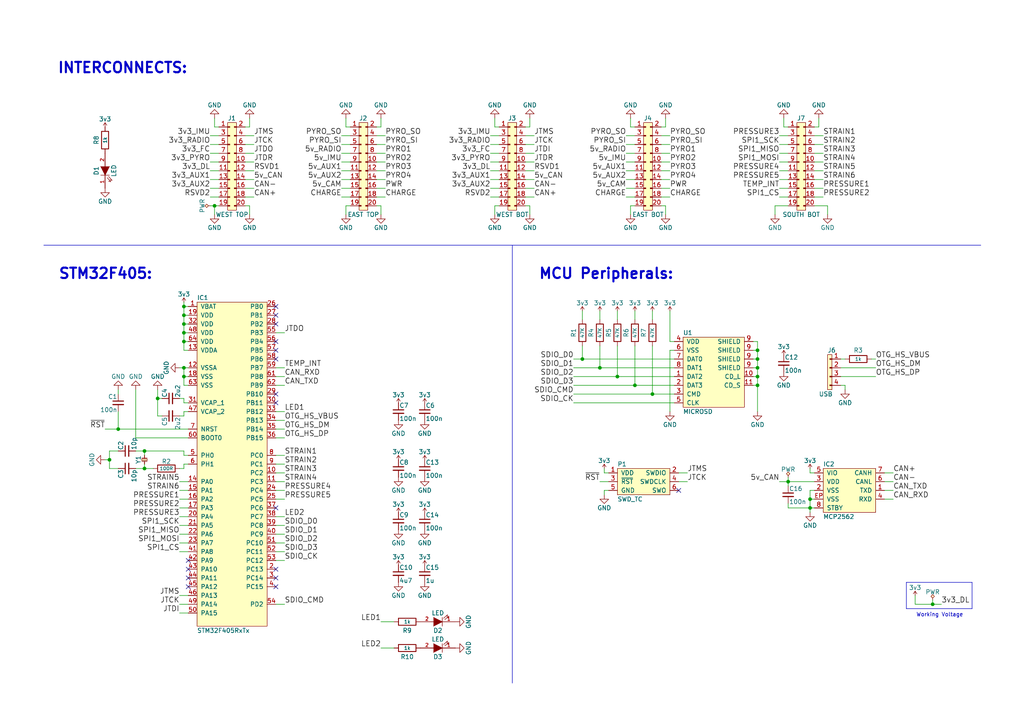
<source format=kicad_sch>
(kicad_sch (version 20230121) (generator eeschema)
  (paper "A4")
  (title_block (title "m3dl - Main") (date "2016-06-10") (rev "1") (company "Cambridge University Space Flight") (comment 1 "Matt Coates"))
  (junction (at 53.34 96.52))
  (junction (at 219.71 109.22))
  (junction (at 270.51 175.26))
  (junction (at 53.34 88.9))
  (junction (at 53.34 91.44))
  (junction (at 53.34 99.06))
  (junction (at 168.91 104.14))
  (junction (at 189.23 114.3))
  (junction (at 31.75 133.35))
  (junction (at 173.99 106.68))
  (junction (at 53.34 106.68))
  (junction (at 228.6 139.7))
  (junction (at 219.71 101.6))
  (junction (at 41.91 135.89))
  (junction (at 234.95 147.32))
  (junction (at 219.71 104.14))
  (junction (at 219.71 106.68))
  (junction (at 41.91 130.81))
  (junction (at 179.07 109.22))
  (junction (at 62.23 59.69))
  (junction (at 53.34 93.98))
  (junction (at 53.34 109.22))
  (junction (at 45.72 115.57))
  (junction (at 184.15 111.76))
  (junction (at 219.71 111.76))
  (junction (at 234.95 144.78))
  (junction (at 34.29 124.46))
  (no_connect (at 80.01 167.64))
  (no_connect (at 80.01 99.06))
  (no_connect (at 80.01 101.6))
  (no_connect (at 54.61 165.1))
  (no_connect (at 80.01 170.18))
  (no_connect (at 80.01 165.1))
  (no_connect (at 54.61 162.56))
  (no_connect (at 80.01 93.98))
  (no_connect (at 196.85 142.24))
  (no_connect (at 80.01 91.44))
  (no_connect (at 54.61 170.18))
  (no_connect (at 80.01 114.3))
  (no_connect (at 80.01 88.9))
  (no_connect (at 80.01 147.32))
  (no_connect (at 80.01 116.84))
  (no_connect (at 80.01 104.14))
  (no_connect (at 54.61 167.64))
  (wire (pts (xy 39.37 113.03) (xy 39.37 127)))
  (wire (pts (xy 100.33 34.29) (xy 100.33 36.83)))
  (wire (pts (xy 53.34 132.08) (xy 54.61 132.08)))
  (wire (pts (xy 152.4 46.99) (xy 154.94 46.99)))
  (wire (pts (xy 45.72 113.03) (xy 45.72 115.57)))
  (wire (pts (xy 41.91 135.89) (xy 44.45 135.89)))
  (wire (pts (xy 71.12 46.99) (xy 73.66 46.99)))
  (wire (pts (xy 80.01 121.92) (xy 82.55 121.92)))
  (wire (pts (xy 175.26 135.89) (xy 175.26 137.16)))
  (wire (pts (xy 54.61 177.8) (xy 52.07 177.8)))
  (wire (pts (xy 101.6 49.53) (xy 99.06 49.53)))
  (wire (pts (xy 80.01 124.46) (xy 82.55 124.46)))
  (wire (pts (xy 153.67 36.83) (xy 152.4 36.83)))
  (wire (pts (xy 80.01 144.78) (xy 82.55 144.78)))
  (wire (pts (xy 63.5 52.07) (xy 60.96 52.07)))
  (wire (pts (xy 219.71 111.76) (xy 219.71 119.38)))
  (wire (pts (xy 54.61 175.26) (xy 52.07 175.26)))
  (wire (pts (xy 184.15 100.33) (xy 184.15 111.76)))
  (wire (pts (xy 63.5 39.37) (xy 60.96 39.37)))
  (wire (pts (xy 228.6 138.43) (xy 228.6 139.7)))
  (wire (pts (xy 184.15 59.69) (xy 182.88 59.69)))
  (wire (pts (xy 80.01 134.62) (xy 82.55 134.62)))
  (wire (pts (xy 100.33 36.83) (xy 101.6 36.83)))
  (wire (pts (xy 238.76 41.91) (xy 236.22 41.91)))
  (wire (pts (xy 54.61 172.72) (xy 52.07 172.72)))
  (wire (pts (xy 101.6 54.61) (xy 99.06 54.61)))
  (wire (pts (xy 80.01 139.7) (xy 82.55 139.7)))
  (wire (pts (xy 228.6 39.37) (xy 226.06 39.37)))
  (wire (pts (xy 53.34 88.9) (xy 53.34 87.63)))
  (wire (pts (xy 189.23 100.33) (xy 189.23 114.3)))
  (wire (pts (xy 31.75 130.81) (xy 31.75 133.35)))
  (wire (pts (xy 31.75 133.35) (xy 30.48 133.35)))
  (wire (pts (xy 60.96 54.61) (xy 63.5 54.61)))
  (wire (pts (xy 144.78 49.53) (xy 142.24 49.53)))
  (wire (pts (xy 152.4 52.07) (xy 154.94 52.07)))
  (wire (pts (xy 152.4 39.37) (xy 154.94 39.37)))
  (wire (pts (xy 144.78 52.07) (xy 142.24 52.07)))
  (wire (pts (xy 99.06 46.99) (xy 101.6 46.99)))
  (wire (pts (xy 193.04 36.83) (xy 191.77 36.83)))
  (wire (pts (xy 71.12 39.37) (xy 73.66 39.37)))
  (wire (pts (xy 238.76 54.61) (xy 236.22 54.61)))
  (wire (pts (xy 80.01 119.38) (xy 82.55 119.38)))
  (wire (pts (xy 184.15 90.17) (xy 184.15 92.71)))
  (wire (pts (xy 224.79 59.69) (xy 228.6 59.69)))
  (wire (pts (xy 109.22 57.15) (xy 111.76 57.15)))
  (polyline (pts (xy 12.7 71.12) (xy 284.48 71.12)))
  (wire (pts (xy 152.4 54.61) (xy 154.94 54.61)))
  (wire (pts (xy 80.01 157.48) (xy 82.55 157.48)))
  (wire (pts (xy 234.95 147.32) (xy 236.22 147.32)))
  (wire (pts (xy 184.15 54.61) (xy 181.61 54.61)))
  (wire (pts (xy 144.78 44.45) (xy 142.24 44.45)))
  (wire (pts (xy 181.61 52.07) (xy 184.15 52.07)))
  (wire (pts (xy 228.6 139.7) (xy 236.22 139.7)))
  (wire (pts (xy 109.22 49.53) (xy 111.76 49.53)))
  (polyline (pts (xy 281.94 168.91) (xy 281.94 176.53)))
  (wire (pts (xy 218.44 106.68) (xy 219.71 106.68)))
  (wire (pts (xy 144.78 41.91) (xy 142.24 41.91)))
  (wire (pts (xy 194.31 46.99) (xy 191.77 46.99)))
  (wire (pts (xy 194.31 101.6) (xy 195.58 101.6)))
  (wire (pts (xy 219.71 106.68) (xy 219.71 109.22)))
  (wire (pts (xy 54.61 116.84) (xy 53.34 116.84)))
  (polyline (pts (xy 148.59 71.12) (xy 148.59 198.12)))
  (wire (pts (xy 236.22 59.69) (xy 240.03 59.69)))
  (wire (pts (xy 143.51 34.29) (xy 143.51 36.83)))
  (wire (pts (xy 53.34 130.81) (xy 53.34 132.08)))
  (wire (pts (xy 54.61 142.24) (xy 52.07 142.24)))
  (wire (pts (xy 166.37 116.84) (xy 195.58 116.84)))
  (wire (pts (xy 265.43 175.26) (xy 270.51 175.26)))
  (wire (pts (xy 80.01 149.86) (xy 82.55 149.86)))
  (wire (pts (xy 234.95 142.24) (xy 234.95 144.78)))
  (wire (pts (xy 60.96 59.69) (xy 62.23 59.69)))
  (wire (pts (xy 173.99 106.68) (xy 195.58 106.68)))
  (wire (pts (xy 166.37 111.76) (xy 184.15 111.76)))
  (wire (pts (xy 189.23 90.17) (xy 189.23 92.71)))
  (wire (pts (xy 52.07 106.68) (xy 53.34 106.68)))
  (wire (pts (xy 256.54 144.78) (xy 259.08 144.78)))
  (wire (pts (xy 168.91 90.17) (xy 168.91 92.71)))
  (wire (pts (xy 153.67 59.69) (xy 153.67 62.23)))
  (wire (pts (xy 228.6 139.7) (xy 228.6 140.97)))
  (wire (pts (xy 256.54 139.7) (xy 259.08 139.7)))
  (wire (pts (xy 34.29 114.3) (xy 34.29 113.03)))
  (wire (pts (xy 194.31 90.17) (xy 194.31 99.06)))
  (wire (pts (xy 72.39 36.83) (xy 71.12 36.83)))
  (wire (pts (xy 236.22 144.78) (xy 234.95 144.78)))
  (wire (pts (xy 144.78 59.69) (xy 143.51 59.69)))
  (wire (pts (xy 245.11 111.76) (xy 245.11 113.03)))
  (wire (pts (xy 182.88 36.83) (xy 184.15 36.83)))
  (wire (pts (xy 196.85 139.7) (xy 199.39 139.7)))
  (wire (pts (xy 71.12 44.45) (xy 73.66 44.45)))
  (wire (pts (xy 54.61 109.22) (xy 53.34 109.22)))
  (wire (pts (xy 53.34 135.89) (xy 53.34 134.62)))
  (wire (pts (xy 71.12 49.53) (xy 73.66 49.53)))
  (wire (pts (xy 52.07 152.4) (xy 54.61 152.4)))
  (wire (pts (xy 41.91 130.81) (xy 41.91 132.08)))
  (wire (pts (xy 179.07 109.22) (xy 195.58 109.22)))
  (wire (pts (xy 168.91 104.14) (xy 195.58 104.14)))
  (wire (pts (xy 179.07 90.17) (xy 179.07 92.71)))
  (wire (pts (xy 53.34 106.68) (xy 53.34 109.22)))
  (wire (pts (xy 226.06 52.07) (xy 228.6 52.07)))
  (wire (pts (xy 53.34 116.84) (xy 53.34 115.57)))
  (wire (pts (xy 219.71 99.06) (xy 219.71 101.6)))
  (wire (pts (xy 236.22 44.45) (xy 238.76 44.45)))
  (wire (pts (xy 72.39 59.69) (xy 72.39 62.23)))
  (wire (pts (xy 243.84 109.22) (xy 254 109.22)))
  (wire (pts (xy 53.34 101.6) (xy 53.34 99.06)))
  (wire (pts (xy 270.51 173.99) (xy 270.51 175.26)))
  (wire (pts (xy 34.29 124.46) (xy 34.29 119.38)))
  (wire (pts (xy 243.84 104.14) (xy 245.11 104.14)))
  (wire (pts (xy 111.76 41.91) (xy 109.22 41.91)))
  (wire (pts (xy 52.07 135.89) (xy 53.34 135.89)))
  (wire (pts (xy 252.73 104.14) (xy 254 104.14)))
  (wire (pts (xy 31.75 130.81) (xy 34.29 130.81)))
  (wire (pts (xy 62.23 59.69) (xy 63.5 59.69)))
  (wire (pts (xy 53.34 119.38) (xy 53.34 120.65)))
  (wire (pts (xy 265.43 172.72) (xy 265.43 175.26)))
  (wire (pts (xy 80.01 142.24) (xy 82.55 142.24)))
  (wire (pts (xy 111.76 54.61) (xy 109.22 54.61)))
  (wire (pts (xy 110.49 180.34) (xy 114.3 180.34)))
  (wire (pts (xy 191.77 49.53) (xy 194.31 49.53)))
  (wire (pts (xy 182.88 34.29) (xy 182.88 36.83)))
  (polyline (pts (xy 281.94 176.53) (xy 262.89 176.53)))
  (wire (pts (xy 53.34 115.57) (xy 52.07 115.57)))
  (wire (pts (xy 80.01 127) (xy 82.55 127)))
  (wire (pts (xy 227.33 34.29) (xy 227.33 36.83)))
  (wire (pts (xy 39.37 135.89) (xy 41.91 135.89)))
  (wire (pts (xy 53.34 88.9) (xy 54.61 88.9)))
  (wire (pts (xy 228.6 44.45) (xy 226.06 44.45)))
  (wire (pts (xy 184.15 111.76) (xy 195.58 111.76)))
  (wire (pts (xy 110.49 36.83) (xy 109.22 36.83)))
  (wire (pts (xy 152.4 57.15) (xy 154.94 57.15)))
  (wire (pts (xy 80.01 175.26) (xy 82.55 175.26)))
  (wire (pts (xy 193.04 34.29) (xy 193.04 36.83)))
  (wire (pts (xy 226.06 41.91) (xy 228.6 41.91)))
  (wire (pts (xy 181.61 41.91) (xy 184.15 41.91)))
  (wire (pts (xy 52.07 139.7) (xy 54.61 139.7)))
  (wire (pts (xy 191.77 59.69) (xy 193.04 59.69)))
  (wire (pts (xy 63.5 57.15) (xy 60.96 57.15)))
  (wire (pts (xy 219.71 109.22) (xy 219.71 111.76)))
  (wire (pts (xy 228.6 147.32) (xy 228.6 146.05)))
  (wire (pts (xy 228.6 46.99) (xy 226.06 46.99)))
  (wire (pts (xy 166.37 106.68) (xy 173.99 106.68)))
  (wire (pts (xy 63.5 41.91) (xy 60.96 41.91)))
  (wire (pts (xy 226.06 57.15) (xy 228.6 57.15)))
  (wire (pts (xy 236.22 49.53) (xy 238.76 49.53)))
  (wire (pts (xy 144.78 46.99) (xy 142.24 46.99)))
  (wire (pts (xy 39.37 130.81) (xy 41.91 130.81)))
  (wire (pts (xy 237.49 34.29) (xy 237.49 36.83)))
  (wire (pts (xy 219.71 101.6) (xy 219.71 104.14)))
  (wire (pts (xy 80.01 154.94) (xy 82.55 154.94)))
  (wire (pts (xy 101.6 39.37) (xy 99.06 39.37)))
  (wire (pts (xy 227.33 36.83) (xy 228.6 36.83)))
  (wire (pts (xy 53.34 109.22) (xy 53.34 111.76)))
  (wire (pts (xy 270.51 175.26) (xy 273.05 175.26)))
  (wire (pts (xy 80.01 132.08) (xy 82.55 132.08)))
  (wire (pts (xy 80.01 109.22) (xy 82.55 109.22)))
  (wire (pts (xy 62.23 59.69) (xy 62.23 62.23)))
  (wire (pts (xy 53.34 91.44) (xy 53.34 88.9)))
  (polyline (pts (xy 262.89 168.91) (xy 281.94 168.91)))
  (wire (pts (xy 72.39 34.29) (xy 72.39 36.83)))
  (wire (pts (xy 191.77 39.37) (xy 194.31 39.37)))
  (wire (pts (xy 45.72 115.57) (xy 46.99 115.57)))
  (wire (pts (xy 54.61 99.06) (xy 53.34 99.06)))
  (wire (pts (xy 80.01 106.68) (xy 82.55 106.68)))
  (wire (pts (xy 109.22 52.07) (xy 111.76 52.07)))
  (wire (pts (xy 111.76 46.99) (xy 109.22 46.99)))
  (wire (pts (xy 144.78 39.37) (xy 142.24 39.37)))
  (wire (pts (xy 219.71 104.14) (xy 219.71 106.68)))
  (wire (pts (xy 181.61 46.99) (xy 184.15 46.99)))
  (wire (pts (xy 99.06 41.91) (xy 101.6 41.91)))
  (wire (pts (xy 143.51 59.69) (xy 143.51 62.23)))
  (wire (pts (xy 153.67 34.29) (xy 153.67 36.83)))
  (wire (pts (xy 181.61 57.15) (xy 184.15 57.15)))
  (wire (pts (xy 30.48 124.46) (xy 34.29 124.46)))
  (wire (pts (xy 54.61 119.38) (xy 53.34 119.38)))
  (wire (pts (xy 80.01 160.02) (xy 82.55 160.02)))
  (wire (pts (xy 194.31 41.91) (xy 191.77 41.91)))
  (wire (pts (xy 184.15 44.45) (xy 181.61 44.45)))
  (wire (pts (xy 175.26 142.24) (xy 175.26 143.51)))
  (wire (pts (xy 176.53 139.7) (xy 173.99 139.7)))
  (wire (pts (xy 196.85 137.16) (xy 199.39 137.16)))
  (wire (pts (xy 54.61 101.6) (xy 53.34 101.6)))
  (wire (pts (xy 228.6 54.61) (xy 226.06 54.61)))
  (wire (pts (xy 101.6 59.69) (xy 100.33 59.69)))
  (wire (pts (xy 110.49 187.96) (xy 114.3 187.96)))
  (wire (pts (xy 53.34 99.06) (xy 53.34 96.52)))
  (wire (pts (xy 53.34 111.76) (xy 54.61 111.76)))
  (wire (pts (xy 80.01 137.16) (xy 82.55 137.16)))
  (wire (pts (xy 71.12 54.61) (xy 73.66 54.61)))
  (wire (pts (xy 80.01 96.52) (xy 82.55 96.52)))
  (wire (pts (xy 53.34 134.62) (xy 54.61 134.62)))
  (wire (pts (xy 236.22 137.16) (xy 234.95 137.16)))
  (wire (pts (xy 243.84 111.76) (xy 245.11 111.76)))
  (wire (pts (xy 63.5 49.53) (xy 60.96 49.53)))
  (wire (pts (xy 80.01 152.4) (xy 82.55 152.4)))
  (wire (pts (xy 62.23 34.29) (xy 62.23 36.83)))
  (wire (pts (xy 166.37 114.3) (xy 189.23 114.3)))
  (wire (pts (xy 166.37 109.22) (xy 179.07 109.22)))
  (wire (pts (xy 52.07 144.78) (xy 54.61 144.78)))
  (polyline (pts (xy 262.89 176.53) (xy 262.89 168.91)))
  (wire (pts (xy 109.22 59.69) (xy 110.49 59.69)))
  (wire (pts (xy 193.04 59.69) (xy 193.04 62.23)))
  (wire (pts (xy 238.76 46.99) (xy 236.22 46.99)))
  (wire (pts (xy 52.07 147.32) (xy 54.61 147.32)))
  (wire (pts (xy 31.75 133.35) (xy 31.75 135.89)))
  (wire (pts (xy 175.26 142.24) (xy 176.53 142.24)))
  (wire (pts (xy 71.12 41.91) (xy 73.66 41.91)))
  (wire (pts (xy 80.01 162.56) (xy 82.55 162.56)))
  (wire (pts (xy 234.95 144.78) (xy 234.95 147.32)))
  (wire (pts (xy 54.61 96.52) (xy 53.34 96.52)))
  (wire (pts (xy 110.49 34.29) (xy 110.49 36.83)))
  (wire (pts (xy 182.88 59.69) (xy 182.88 62.23)))
  (wire (pts (xy 45.72 115.57) (xy 45.72 120.65)))
  (wire (pts (xy 166.37 104.14) (xy 168.91 104.14)))
  (wire (pts (xy 100.33 59.69) (xy 100.33 62.23)))
  (wire (pts (xy 54.61 93.98) (xy 53.34 93.98)))
  (wire (pts (xy 168.91 100.33) (xy 168.91 104.14)))
  (wire (pts (xy 99.06 52.07) (xy 101.6 52.07)))
  (wire (pts (xy 52.07 154.94) (xy 54.61 154.94)))
  (wire (pts (xy 110.49 59.69) (xy 110.49 62.23)))
  (wire (pts (xy 175.26 137.16) (xy 176.53 137.16)))
  (wire (pts (xy 191.77 44.45) (xy 194.31 44.45)))
  (wire (pts (xy 236.22 52.07) (xy 238.76 52.07)))
  (wire (pts (xy 71.12 52.07) (xy 73.66 52.07)))
  (wire (pts (xy 218.44 104.14) (xy 219.71 104.14)))
  (wire (pts (xy 191.77 52.07) (xy 194.31 52.07)))
  (wire (pts (xy 54.61 91.44) (xy 53.34 91.44)))
  (wire (pts (xy 237.49 36.83) (xy 236.22 36.83)))
  (wire (pts (xy 224.79 59.69) (xy 224.79 62.23)))
  (wire (pts (xy 62.23 36.83) (xy 63.5 36.83)))
  (wire (pts (xy 53.34 96.52) (xy 53.34 93.98)))
  (wire (pts (xy 41.91 134.62) (xy 41.91 135.89)))
  (wire (pts (xy 184.15 49.53) (xy 181.61 49.53)))
  (wire (pts (xy 34.29 124.46) (xy 54.61 124.46)))
  (wire (pts (xy 173.99 100.33) (xy 173.99 106.68)))
  (wire (pts (xy 191.77 57.15) (xy 194.31 57.15)))
  (wire (pts (xy 234.95 137.16) (xy 234.95 135.89)))
  (wire (pts (xy 256.54 137.16) (xy 259.08 137.16)))
  (wire (pts (xy 218.44 109.22) (xy 219.71 109.22)))
  (wire (pts (xy 218.44 111.76) (xy 219.71 111.76)))
  (wire (pts (xy 236.22 39.37) (xy 238.76 39.37)))
  (wire (pts (xy 219.71 99.06) (xy 218.44 99.06)))
  (wire (pts (xy 142.24 54.61) (xy 144.78 54.61)))
  (wire (pts (xy 101.6 44.45) (xy 99.06 44.45)))
  (wire (pts (xy 236.22 142.24) (xy 234.95 142.24)))
  (wire (pts (xy 71.12 59.69) (xy 72.39 59.69)))
  (wire (pts (xy 243.84 106.68) (xy 254 106.68)))
  (wire (pts (xy 152.4 41.91) (xy 154.94 41.91)))
  (wire (pts (xy 109.22 44.45) (xy 111.76 44.45)))
  (wire (pts (xy 39.37 127) (xy 54.61 127)))
  (wire (pts (xy 52.07 160.02) (xy 54.61 160.02)))
  (wire (pts (xy 109.22 39.37) (xy 111.76 39.37)))
  (wire (pts (xy 52.07 149.86) (xy 54.61 149.86)))
  (wire (pts (xy 228.6 147.32) (xy 234.95 147.32)))
  (wire (pts (xy 236.22 57.15) (xy 238.76 57.15)))
  (wire (pts (xy 53.34 106.68) (xy 54.61 106.68)))
  (wire (pts (xy 234.95 147.32) (xy 234.95 148.59)))
  (wire (pts (xy 218.44 101.6) (xy 219.71 101.6)))
  (wire (pts (xy 143.51 36.83) (xy 144.78 36.83)))
  (wire (pts (xy 152.4 59.69) (xy 153.67 59.69)))
  (wire (pts (xy 226.06 49.53) (xy 228.6 49.53)))
  (wire (pts (xy 53.34 120.65) (xy 52.07 120.65)))
  (wire (pts (xy 41.91 130.81) (xy 53.34 130.81)))
  (wire (pts (xy 184.15 39.37) (xy 181.61 39.37)))
  (wire (pts (xy 63.5 44.45) (xy 60.96 44.45)))
  (wire (pts (xy 189.23 114.3) (xy 195.58 114.3)))
  (wire (pts (xy 63.5 46.99) (xy 60.96 46.99)))
  (wire (pts (xy 194.31 54.61) (xy 191.77 54.61)))
  (wire (pts (xy 240.03 59.69) (xy 240.03 62.23)))
  (wire (pts (xy 194.31 119.38) (xy 194.31 101.6)))
  (wire (pts (xy 152.4 49.53) (xy 154.94 49.53)))
  (wire (pts (xy 194.31 99.06) (xy 195.58 99.06)))
  (wire (pts (xy 226.06 139.7) (xy 228.6 139.7)))
  (wire (pts (xy 52.07 157.48) (xy 54.61 157.48)))
  (wire (pts (xy 179.07 100.33) (xy 179.07 109.22)))
  (wire (pts (xy 31.75 135.89) (xy 34.29 135.89)))
  (wire (pts (xy 256.54 142.24) (xy 259.08 142.24)))
  (wire (pts (xy 82.55 111.76) (xy 80.01 111.76)))
  (wire (pts (xy 99.06 57.15) (xy 101.6 57.15)))
  (wire (pts (xy 71.12 57.15) (xy 73.66 57.15)))
  (wire (pts (xy 152.4 44.45) (xy 154.94 44.45)))
  (wire (pts (xy 53.34 93.98) (xy 53.34 91.44)))
  (wire (pts (xy 144.78 57.15) (xy 142.24 57.15)))
  (wire (pts (xy 45.72 120.65) (xy 46.99 120.65)))
  (wire (pts (xy 173.99 90.17) (xy 173.99 92.71)))
  (text "STM32F405:" (at 44.45 81.28 0) (effects (font (size 2.9972 2.9972) (thickness 0.5994) bold) (justify right bottom)))
  (text "MCU Peripherals:" (at 195.58 81.28 0) (effects (font (size 2.9972 2.9972) (thickness 0.5994) bold) (justify right bottom)))
  (text "INTERCONNECTS:" (at 54.61 21.59 0) (effects (font (size 2.9972 2.9972) (thickness 0.5994) bold) (justify right bottom)))
  (text "Working Voltage" (at 279.4 179.07 0) (effects (font (size 1.1176 1.1176)) (justify right bottom)))
  (label "5v_CAM" (at 99.06 54.61 180) (effects (font (size 1.524 1.524))))
  (label "3v3_RADIO" (at 60.96 41.91 180) (effects (font (size 1.524 1.524))))
  (label "3v3_FC" (at 60.96 44.45 180) (effects (font (size 1.524 1.524))))
  (label "STRAIN3" (at 82.55 137.16 0) (effects (font (size 1.524 1.524))))
  (label "OTG_HS_DP" (at 254 109.22 0) (effects (font (size 1.524 1.524))))
  (label "STRAIN2" (at 238.76 41.91 0) (effects (font (size 1.524 1.524))))
  (label "3v3_AUX1" (at 60.96 52.07 180) (effects (font (size 1.524 1.524))))
  (label "~{RST}" (at 30.48 124.46 180) (effects (font (size 1.524 1.524))))
  (label "PYRO2" (at 194.31 46.99 0) (effects (font (size 1.524 1.524))))
  (label "OTG_HS_DM" (at 254 106.68 0) (effects (font (size 1.524 1.524))))
  (label "STRAIN1" (at 238.76 39.37 0) (effects (font (size 1.524 1.524))))
  (label "STRAIN5" (at 52.07 139.7 180) (effects (font (size 1.524 1.524))))
  (label "JTDI" (at 154.94 44.45 0) (effects (font (size 1.524 1.524))))
  (label "5v_CAN" (at 154.94 52.07 0) (effects (font (size 1.524 1.524))))
  (label "SDIO_CK" (at 166.37 116.84 180) (effects (font (size 1.524 1.524))))
  (label "JTDR" (at 154.94 46.99 0) (effects (font (size 1.524 1.524))))
  (label "5v_IMU" (at 99.06 46.99 180) (effects (font (size 1.524 1.524))))
  (label "5v_CAN" (at 73.66 52.07 0) (effects (font (size 1.524 1.524))))
  (label "CHARGE" (at 194.31 57.15 0) (effects (font (size 1.524 1.524))))
  (label "3v3_RADIO" (at 142.24 41.91 180) (effects (font (size 1.524 1.524))))
  (label "PYRO_SO" (at 181.61 39.37 180) (effects (font (size 1.524 1.524))))
  (label "JTMS" (at 73.66 39.37 0) (effects (font (size 1.524 1.524))))
  (label "CAN_RXD" (at 259.08 144.78 0) (effects (font (size 1.524 1.524))))
  (label "PYRO3" (at 194.31 49.53 0) (effects (font (size 1.524 1.524))))
  (label "STRAIN1" (at 82.55 132.08 0) (effects (font (size 1.524 1.524))))
  (label "JTMS" (at 52.07 172.72 180) (effects (font (size 1.524 1.524))))
  (label "OTG_HS_VBUS" (at 254 104.14 0) (effects (font (size 1.524 1.524))))
  (label "CAN+" (at 73.66 57.15 0) (effects (font (size 1.524 1.524))))
  (label "RSVD2" (at 142.24 57.15 180) (effects (font (size 1.524 1.524))))
  (label "CAN_TXD" (at 82.55 111.76 0) (effects (font (size 1.524 1.524))))
  (label "PYRO4" (at 194.31 52.07 0) (effects (font (size 1.524 1.524))))
  (label "PRESSURE1" (at 238.76 54.61 0) (effects (font (size 1.524 1.524))))
  (label "JTDO" (at 73.66 44.45 0) (effects (font (size 1.524 1.524))))
  (label "CHARGE" (at 111.76 57.15 0) (effects (font (size 1.524 1.524))))
  (label "SPI1_CS" (at 52.07 160.02 180) (effects (font (size 1.524 1.524))))
  (label "SDIO_D1" (at 166.37 106.68 180) (effects (font (size 1.524 1.524))))
  (label "CHARGE" (at 99.06 57.15 180) (effects (font (size 1.524 1.524))))
  (label "PYRO4" (at 111.76 52.07 0) (effects (font (size 1.524 1.524))))
  (label "SDIO_D2" (at 166.37 109.22 180) (effects (font (size 1.524 1.524))))
  (label "PRESSURE2" (at 52.07 147.32 180) (effects (font (size 1.524 1.524))))
  (label "3v3_AUX2" (at 142.24 54.61 180) (effects (font (size 1.524 1.524))))
  (label "OTG_HS_DM" (at 82.55 124.46 0) (effects (font (size 1.524 1.524))))
  (label "PYRO1" (at 194.31 44.45 0) (effects (font (size 1.524 1.524))))
  (label "3v3_DL" (at 60.96 49.53 180) (effects (font (size 1.524 1.524))))
  (label "5v_RADIO" (at 181.61 44.45 180) (effects (font (size 1.524 1.524))))
  (label "OTG_HS_VBUS" (at 82.55 121.92 0) (effects (font (size 1.524 1.524))))
  (label "PYRO2" (at 111.76 46.99 0) (effects (font (size 1.524 1.524))))
  (label "PRESSURE3" (at 226.06 39.37 180) (effects (font (size 1.524 1.524))))
  (label "PYRO_SO" (at 111.76 39.37 0) (effects (font (size 1.524 1.524))))
  (label "PRESSURE5" (at 226.06 52.07 180) (effects (font (size 1.524 1.524))))
  (label "5v_RADIO" (at 99.06 44.45 180) (effects (font (size 1.524 1.524))))
  (label "SPI1_SCK" (at 226.06 41.91 180) (effects (font (size 1.524 1.524))))
  (label "PYRO_SI" (at 194.31 41.91 0) (effects (font (size 1.524 1.524))))
  (label "STRAIN3" (at 238.76 44.45 0) (effects (font (size 1.524 1.524))))
  (label "JTCK" (at 52.07 175.26 180) (effects (font (size 1.524 1.524))))
  (label "CAN+" (at 154.94 57.15 0) (effects (font (size 1.524 1.524))))
  (label "CAN_RXD" (at 82.55 109.22 0) (effects (font (size 1.524 1.524))))
  (label "RSVD2" (at 60.96 57.15 180) (effects (font (size 1.524 1.524))))
  (label "JTDO" (at 82.55 96.52 0) (effects (font (size 1.524 1.524))))
  (label "3v3_PYRO" (at 142.24 46.99 180) (effects (font (size 1.524 1.524))))
  (label "STRAIN5" (at 238.76 49.53 0) (effects (font (size 1.524 1.524))))
  (label "TEMP_INT" (at 82.55 106.68 0) (effects (font (size 1.524 1.524))))
  (label "PYRO1" (at 111.76 44.45 0) (effects (font (size 1.524 1.524))))
  (label "PYRO3" (at 111.76 49.53 0) (effects (font (size 1.524 1.524))))
  (label "JTCK" (at 199.39 139.7 0) (effects (font (size 1.524 1.524))))
  (label "STRAIN6" (at 52.07 142.24 180) (effects (font (size 1.524 1.524))))
  (label "SPI1_MOSI" (at 52.07 157.48 180) (effects (font (size 1.524 1.524))))
  (label "JTCK" (at 73.66 41.91 0) (effects (font (size 1.524 1.524))))
  (label "3v3_DL" (at 273.05 175.26 0) (effects (font (size 1.524 1.524))))
  (label "~{RST}" (at 173.99 139.7 180) (effects (font (size 1.524 1.524))))
  (label "PRESSURE4" (at 226.06 49.53 180) (effects (font (size 1.524 1.524))))
  (label "CAN_TXD" (at 259.08 142.24 0) (effects (font (size 1.524 1.524))))
  (label "JTMS" (at 199.39 137.16 0) (effects (font (size 1.524 1.524))))
  (label "3v3_AUX2" (at 60.96 54.61 180) (effects (font (size 1.524 1.524))))
  (label "5v_AUX2" (at 99.06 52.07 180) (effects (font (size 1.524 1.524))))
  (label "STRAIN2" (at 82.55 134.62 0) (effects (font (size 1.524 1.524))))
  (label "SDIO_D2" (at 82.55 157.48 0) (effects (font (size 1.524 1.524))))
  (label "3v3_FC" (at 142.24 44.45 180) (effects (font (size 1.524 1.524))))
  (label "PYRO_SO" (at 99.06 39.37 180) (effects (font (size 1.524 1.524))))
  (label "PRESSURE2" (at 238.76 57.15 0) (effects (font (size 1.524 1.524))))
  (label "JTCK" (at 154.94 41.91 0) (effects (font (size 1.524 1.524))))
  (label "JTMS" (at 154.94 39.37 0) (effects (font (size 1.524 1.524))))
  (label "PYRO_SI" (at 181.61 41.91 180) (effects (font (size 1.524 1.524))))
  (label "OTG_HS_DP" (at 82.55 127 0) (effects (font (size 1.524 1.524))))
  (label "SPI1_CS" (at 226.06 57.15 180) (effects (font (size 1.524 1.524))))
  (label "RSVD1" (at 154.94 49.53 0) (effects (font (size 1.524 1.524))))
  (label "JTDI" (at 52.07 177.8 180) (effects (font (size 1.524 1.524))))
  (label "CAN-" (at 154.94 54.61 0) (effects (font (size 1.524 1.524))))
  (label "PYRO_SO" (at 194.31 39.37 0) (effects (font (size 1.524 1.524))))
  (label "TEMP_INT" (at 226.06 54.61 180) (effects (font (size 1.524 1.524))))
  (label "SDIO_D0" (at 166.37 104.14 180) (effects (font (size 1.524 1.524))))
  (label "CAN+" (at 259.08 137.16 0) (effects (font (size 1.524 1.524))))
  (label "CHARGE" (at 181.61 57.15 180) (effects (font (size 1.524 1.524))))
  (label "PRESSURE5" (at 82.55 144.78 0) (effects (font (size 1.524 1.524))))
  (label "5v_CAN" (at 226.06 139.7 180) (effects (font (size 1.524 1.524))))
  (label "RSVD1" (at 73.66 49.53 0) (effects (font (size 1.524 1.524))))
  (label "PRESSURE4" (at 82.55 142.24 0) (effects (font (size 1.524 1.524))))
  (label "SPI1_SCK" (at 52.07 152.4 180) (effects (font (size 1.524 1.524))))
  (label "3v3_PYRO" (at 60.96 46.99 180) (effects (font (size 1.524 1.524))))
  (label "SDIO_D3" (at 166.37 111.76 180) (effects (font (size 1.524 1.524))))
  (label "3v3_IMU" (at 142.24 39.37 180) (effects (font (size 1.524 1.524))))
  (label "STRAIN6" (at 238.76 52.07 0) (effects (font (size 1.524 1.524))))
  (label "5v_AUX1" (at 181.61 49.53 180) (effects (font (size 1.524 1.524))))
  (label "PRESSURE3" (at 52.07 149.86 180) (effects (font (size 1.524 1.524))))
  (label "SDIO_CMD" (at 166.37 114.3 180) (effects (font (size 1.524 1.524))))
  (label "STRAIN4" (at 238.76 46.99 0) (effects (font (size 1.524 1.524))))
  (label "LED1" (at 110.49 180.34 180) (effects (font (size 1.524 1.524))))
  (label "PYRO_SI" (at 99.06 41.91 180) (effects (font (size 1.524 1.524))))
  (label "SDIO_CK" (at 82.55 162.56 0) (effects (font (size 1.524 1.524))))
  (label "LED2" (at 110.49 187.96 180) (effects (font (size 1.524 1.524))))
  (label "SDIO_D0" (at 82.55 152.4 0) (effects (font (size 1.524 1.524))))
  (label "5v_AUX2" (at 181.61 52.07 180) (effects (font (size 1.524 1.524))))
  (label "SPI1_MOSI" (at 226.06 46.99 180) (effects (font (size 1.524 1.524))))
  (label "5v_AUX1" (at 99.06 49.53 180) (effects (font (size 1.524 1.524))))
  (label "PWR" (at 111.76 54.61 0) (effects (font (size 1.524 1.524))))
  (label "LED1" (at 82.55 119.38 0) (effects (font (size 1.524 1.524))))
  (label "CAN-" (at 73.66 54.61 0) (effects (font (size 1.524 1.524))))
  (label "SPI1_MISO" (at 52.07 154.94 180) (effects (font (size 1.524 1.524))))
  (label "PRESSURE1" (at 52.07 144.78 180) (effects (font (size 1.524 1.524))))
  (label "SDIO_CMD" (at 82.55 175.26 0) (effects (font (size 1.524 1.524))))
  (label "CAN-" (at 259.08 139.7 0) (effects (font (size 1.524 1.524))))
  (label "5v_CAM" (at 181.61 54.61 180) (effects (font (size 1.524 1.524))))
  (label "3v3_AUX1" (at 142.24 52.07 180) (effects (font (size 1.524 1.524))))
  (label "LED2" (at 82.55 149.86 0) (effects (font (size 1.524 1.524))))
  (label "SDIO_D1" (at 82.55 154.94 0) (effects (font (size 1.524 1.524))))
  (label "SDIO_D3" (at 82.55 160.02 0) (effects (font (size 1.524 1.524))))
  (label "3v3_DL" (at 142.24 49.53 180) (effects (font (size 1.524 1.524))))
  (label "PWR" (at 194.31 54.61 0) (effects (font (size 1.524 1.524))))
  (label "SPI1_MISO" (at 226.06 44.45 180) (effects (font (size 1.524 1.524))))
  (label "JTDR" (at 73.66 46.99 0) (effects (font (size 1.524 1.524))))
  (label "PYRO_SI" (at 111.76 41.91 0) (effects (font (size 1.524 1.524))))
  (label "5v_IMU" (at 181.61 46.99 180) (effects (font (size 1.524 1.524))))
  (label "3v3_IMU" (at 60.96 39.37 180) (effects (font (size 1.524 1.524))))
  (label "STRAIN4" (at 82.55 139.7 0) (effects (font (size 1.524 1.524))))
  (symbol (lib_id "main-rescue:CONN_02x10") (at 106.68 36.83 0) (unit 1)
    (property "Reference" "J2" (at 104.14 34.29 0) (effects (justify left)))
    (property "Value" "EAST TOP" (at 105.41 62.23 0))
    (property "Footprint" "agg:TFML-110-02-L-D" (effects hide))
  )
  (symbol (lib_id "main-rescue:MCP2562") (at 246.38 142.24 0) (unit 1)
    (property "Reference" "IC2" (at 238.76 134.62 0) (effects (justify left)))
    (property "Value" "MCP2562" (at 238.76 149.86 0) (effects (justify left)))
    (property "Footprint" "agg:DFN-8-EP-MICROCHIP" (effects hide))
    (property "Datasheet" "http://ww1.microchip.com/downloads/en/DeviceDoc/20005167C.pdf" (effects hide))
    (property "Farnell" "2448755" (effects hide))
  )
  (symbol (lib_id "main-rescue:CONN_02x10") (at 189.23 36.83 0) (unit 1)
    (property "Reference" "J4" (at 186.69 34.29 0) (effects (justify left)))
    (property "Value" "EAST BOT" (at 187.96 62.23 0))
    (property "Footprint" "agg:SFML-110-02-L-D-LC" (effects hide))
  )
  (symbol (lib_id "main-rescue:3v3") (at 234.95 135.89 0) (unit 1)
    (property "Reference" "#PWR01" (effects hide))
    (property "Value" "3v3" (at 234.95 133.604 0))
  )
  (symbol (lib_id "main-rescue:SWD_TC") (at 186.69 139.7 0) (unit 1)
    (property "Reference" "P1" (at 179.07 134.62 0) (effects (justify left)))
    (property "Value" "SWD_TC" (at 179.07 144.78 0) (effects (justify left)))
    (property "Footprint" "agg:TC2030-NL" (effects hide))
  )
  (symbol (lib_id "main-rescue:3v3") (at 175.26 135.89 0) (unit 1)
    (property "Reference" "#PWR02" (effects hide))
    (property "Value" "3v3" (at 175.26 133.604 0))
  )
  (symbol (lib_id "main-rescue:CONN_02x10") (at 68.58 36.83 0) (unit 1)
    (property "Reference" "J1" (at 66.04 34.29 0) (effects (justify left)))
    (property "Value" "WEST TOP" (at 67.31 62.23 0))
    (property "Footprint" "agg:TFML-110-02-L-D" (effects hide))
  )
  (symbol (lib_id "main-rescue:CONN_02x10") (at 149.86 36.83 0) (unit 1)
    (property "Reference" "J3" (at 147.32 34.29 0) (effects (justify left)))
    (property "Value" "WEST BOT" (at 148.59 62.23 0))
    (property "Footprint" "agg:SFML-110-02-L-D-LC" (effects hide))
  )
  (symbol (lib_id "main-rescue:GND") (at 110.49 62.23 0) (unit 1)
    (property "Reference" "#PWR03" (effects hide))
    (property "Value" "GND" (at 110.49 66.04 0))
  )
  (symbol (lib_id "main-rescue:GND") (at 100.33 62.23 0) (unit 1)
    (property "Reference" "#PWR04" (effects hide))
    (property "Value" "GND" (at 100.33 66.04 0))
  )
  (symbol (lib_id "main-rescue:GND") (at 72.39 62.23 0) (unit 1)
    (property "Reference" "#PWR05" (effects hide))
    (property "Value" "GND" (at 72.39 66.04 0))
  )
  (symbol (lib_id "main-rescue:GND") (at 62.23 62.23 0) (unit 1)
    (property "Reference" "#PWR06" (effects hide))
    (property "Value" "GND" (at 62.23 66.04 0))
  )
  (symbol (lib_id "main-rescue:GND") (at 62.23 34.29 180) (unit 1)
    (property "Reference" "#PWR07" (effects hide))
    (property "Value" "GND" (at 62.23 30.48 0))
  )
  (symbol (lib_id "main-rescue:GND") (at 72.39 34.29 180) (unit 1)
    (property "Reference" "#PWR08" (effects hide))
    (property "Value" "GND" (at 72.39 30.48 0))
  )
  (symbol (lib_id "main-rescue:GND") (at 100.33 34.29 180) (unit 1)
    (property "Reference" "#PWR09" (effects hide))
    (property "Value" "GND" (at 100.33 30.48 0))
  )
  (symbol (lib_id "main-rescue:GND") (at 110.49 34.29 180) (unit 1)
    (property "Reference" "#PWR010" (effects hide))
    (property "Value" "GND" (at 110.49 30.48 0))
  )
  (symbol (lib_id "main-rescue:GND") (at 143.51 62.23 0) (unit 1)
    (property "Reference" "#PWR011" (effects hide))
    (property "Value" "GND" (at 143.51 66.04 0))
  )
  (symbol (lib_id "main-rescue:GND") (at 153.67 62.23 0) (unit 1)
    (property "Reference" "#PWR012" (effects hide))
    (property "Value" "GND" (at 153.67 66.04 0))
  )
  (symbol (lib_id "main-rescue:GND") (at 182.88 62.23 0) (unit 1)
    (property "Reference" "#PWR013" (effects hide))
    (property "Value" "GND" (at 182.88 66.04 0))
  )
  (symbol (lib_id "main-rescue:GND") (at 193.04 62.23 0) (unit 1)
    (property "Reference" "#PWR014" (effects hide))
    (property "Value" "GND" (at 193.04 66.04 0))
  )
  (symbol (lib_id "main-rescue:GND") (at 143.51 34.29 180) (unit 1)
    (property "Reference" "#PWR015" (effects hide))
    (property "Value" "GND" (at 143.51 30.48 0))
  )
  (symbol (lib_id "main-rescue:GND") (at 153.67 34.29 180) (unit 1)
    (property "Reference" "#PWR016" (effects hide))
    (property "Value" "GND" (at 153.67 30.48 0))
  )
  (symbol (lib_id "main-rescue:GND") (at 182.88 34.29 180) (unit 1)
    (property "Reference" "#PWR017" (effects hide))
    (property "Value" "GND" (at 182.88 30.48 0))
  )
  (symbol (lib_id "main-rescue:GND") (at 193.04 34.29 180) (unit 1)
    (property "Reference" "#PWR018" (effects hide))
    (property "Value" "GND" (at 193.04 30.48 0))
  )
  (symbol (lib_id "main-rescue:GND") (at 175.26 143.51 0) (unit 1)
    (property "Reference" "#PWR019" (effects hide))
    (property "Value" "GND" (at 175.26 147.32 0))
  )
  (symbol (lib_id "main-rescue:C_Small") (at 228.6 143.51 0) (unit 1)
    (property "Reference" "C16" (at 228.854 141.732 0) (effects (justify left)))
    (property "Value" "100n" (at 228.854 145.542 0) (effects (justify left)))
    (property "Footprint" "Capacitors_SMD:C_0603" (effects hide))
    (property "Farnell" "2496834" (effects hide))
  )
  (symbol (lib_id "main-rescue:GND") (at 234.95 148.59 0) (unit 1)
    (property "Reference" "#PWR020" (effects hide))
    (property "Value" "GND" (at 234.95 152.4 0))
  )
  (symbol (lib_id "main-rescue:3v3") (at 265.43 172.72 0) (unit 1)
    (property "Reference" "#PWR021" (effects hide))
    (property "Value" "3v3" (at 265.43 170.434 0))
  )
  (symbol (lib_id "main-rescue:GND") (at 45.72 113.03 180) (unit 1)
    (property "Reference" "#PWR022" (effects hide))
    (property "Value" "GND" (at 45.72 109.22 0))
  )
  (symbol (lib_id "main-rescue:C_Small") (at 49.53 115.57 90) (unit 1)
    (property "Reference" "C4" (at 47.752 115.316 0) (effects (justify left)))
    (property "Value" "2u2" (at 51.562 115.316 0) (effects (justify left)))
    (property "Footprint" "Capacitors_SMD:C_0603" (effects hide))
    (property "Farnell" "1797012" (effects hide))
  )
  (symbol (lib_id "main-rescue:C_Small") (at 49.53 120.65 90) (mirror x) (unit 1)
    (property "Reference" "C5" (at 47.752 120.904 0) (effects (justify left)))
    (property "Value" "2u2" (at 51.562 120.904 0) (effects (justify left)))
    (property "Footprint" "Capacitors_SMD:C_0603" (effects hide))
    (property "Farnell" "1797012" (effects hide))
  )
  (symbol (lib_id "main-rescue:GND") (at 39.37 113.03 180) (unit 1)
    (property "Reference" "#PWR023" (effects hide))
    (property "Value" "GND" (at 39.37 109.22 0))
  )
  (symbol (lib_id "main-rescue:XTAL") (at 41.91 134.62 90) (unit 1)
    (property "Reference" "Y1" (at 40.132 133.35 0))
    (property "Value" "26MHz" (effects hide))
    (property "Footprint" "agg:XTAL-20x16" (effects hide))
    (property "Farnell" "2506952" (effects hide))
  )
  (symbol (lib_id "main-rescue:R") (at 48.26 135.89 90) (unit 1)
    (property "Reference" "R2" (at 48.26 133.858 90))
    (property "Value" "100R" (at 48.26 135.89 90) (effects (font (size 0.9906 0.9906))))
    (property "Footprint" "Resistors_SMD:R_0603" (effects hide))
    (property "Farnell" "2502395" (effects hide))
  )
  (symbol (lib_id "main-rescue:C_Small") (at 36.83 130.81 90) (unit 1)
    (property "Reference" "C2" (at 35.052 130.556 0) (effects (justify left)))
    (property "Value" "10p" (at 38.862 130.556 0) (effects (justify left)))
    (property "Footprint" "Capacitors_SMD:C_0603" (effects hide))
    (property "Farnell" "2309035" (effects hide))
  )
  (symbol (lib_id "main-rescue:C_Small") (at 36.83 135.89 90) (mirror x) (unit 1)
    (property "Reference" "C3" (at 35.052 136.144 0) (effects (justify left)))
    (property "Value" "10p" (at 38.862 136.144 0) (effects (justify left)))
    (property "Footprint" "Capacitors_SMD:C_0603" (effects hide))
    (property "Farnell" "2309035" (effects hide))
  )
  (symbol (lib_id "main-rescue:GND") (at 30.48 133.35 270) (unit 1)
    (property "Reference" "#PWR024" (effects hide))
    (property "Value" "GND" (at 26.67 133.35 0))
  )
  (symbol (lib_id "main-rescue:C_Small") (at 34.29 116.84 0) (mirror y) (unit 1)
    (property "Reference" "C1" (at 34.036 115.062 0) (effects (justify left)))
    (property "Value" "100n" (at 34.036 118.872 0) (effects (justify left)))
    (property "Footprint" "Capacitors_SMD:C_0603" (effects hide))
    (property "Farnell" "2496834" (effects hide))
  )
  (symbol (lib_id "main-rescue:GND") (at 34.29 113.03 180) (unit 1)
    (property "Reference" "#PWR025" (effects hide))
    (property "Value" "GND" (at 34.29 109.22 0))
  )
  (symbol (lib_id "main-rescue:C_Small") (at 123.19 119.38 0) (unit 1)
    (property "Reference" "C6" (at 123.444 117.602 0) (effects (justify left)))
    (property "Value" "100n" (at 123.444 121.412 0) (effects (justify left)))
    (property "Footprint" "Capacitors_SMD:C_0603" (effects hide))
    (property "Farnell" "2496834" (effects hide))
  )
  (symbol (lib_id "main-rescue:3v3") (at 123.19 116.84 0) (unit 1)
    (property "Reference" "#PWR026" (effects hide))
    (property "Value" "3v3" (at 123.19 114.554 0))
  )
  (symbol (lib_id "main-rescue:GND") (at 123.19 121.92 0) (unit 1)
    (property "Reference" "#PWR027" (effects hide))
    (property "Value" "GND" (at 123.19 125.73 0))
  )
  (symbol (lib_id "main-rescue:C_Small") (at 115.57 119.38 0) (unit 1)
    (property "Reference" "C7" (at 115.824 117.602 0) (effects (justify left)))
    (property "Value" "100n" (at 115.824 121.412 0) (effects (justify left)))
    (property "Footprint" "Capacitors_SMD:C_0603" (effects hide))
    (property "Farnell" "2496834" (effects hide))
  )
  (symbol (lib_id "main-rescue:3v3") (at 115.57 116.84 0) (unit 1)
    (property "Reference" "#PWR028" (effects hide))
    (property "Value" "3v3" (at 115.57 114.554 0))
  )
  (symbol (lib_id "main-rescue:GND") (at 115.57 121.92 0) (unit 1)
    (property "Reference" "#PWR029" (effects hide))
    (property "Value" "GND" (at 115.57 125.73 0))
  )
  (symbol (lib_id "main-rescue:C_Small") (at 115.57 135.89 0) (unit 1)
    (property "Reference" "C8" (at 115.824 134.112 0) (effects (justify left)))
    (property "Value" "100n" (at 115.824 137.922 0) (effects (justify left)))
    (property "Footprint" "Capacitors_SMD:C_0603" (effects hide))
    (property "Farnell" "2496834" (effects hide))
  )
  (symbol (lib_id "main-rescue:3v3") (at 115.57 133.35 0) (unit 1)
    (property "Reference" "#PWR030" (effects hide))
    (property "Value" "3v3" (at 115.57 131.064 0))
  )
  (symbol (lib_id "main-rescue:GND") (at 115.57 138.43 0) (unit 1)
    (property "Reference" "#PWR031" (effects hide))
    (property "Value" "GND" (at 115.57 142.24 0))
  )
  (symbol (lib_id "main-rescue:C_Small") (at 227.33 105.41 0) (unit 1)
    (property "Reference" "C12" (at 227.584 103.632 0) (effects (justify left)))
    (property "Value" "100n" (at 227.584 107.442 0) (effects (justify left)))
    (property "Footprint" "Capacitors_SMD:C_0603" (effects hide))
    (property "Farnell" "2496834" (effects hide))
  )
  (symbol (lib_id "main-rescue:3v3") (at 227.33 102.87 0) (unit 1)
    (property "Reference" "#PWR032" (effects hide))
    (property "Value" "3v3" (at 227.33 100.584 0))
  )
  (symbol (lib_id "main-rescue:GND") (at 227.33 107.95 0) (unit 1)
    (property "Reference" "#PWR033" (effects hide))
    (property "Value" "GND" (at 227.33 111.76 0))
  )
  (symbol (lib_id "main-rescue:C_Small") (at 123.19 151.13 0) (unit 1)
    (property "Reference" "C14" (at 123.444 149.352 0) (effects (justify left)))
    (property "Value" "100n" (at 123.444 153.162 0) (effects (justify left)))
    (property "Footprint" "Capacitors_SMD:C_0603" (effects hide))
    (property "Farnell" "2496834" (effects hide))
  )
  (symbol (lib_id "main-rescue:3v3") (at 123.19 148.59 0) (unit 1)
    (property "Reference" "#PWR034" (effects hide))
    (property "Value" "3v3" (at 123.19 146.304 0))
  )
  (symbol (lib_id "main-rescue:GND") (at 123.19 153.67 0) (unit 1)
    (property "Reference" "#PWR035" (effects hide))
    (property "Value" "GND" (at 123.19 157.48 0))
  )
  (symbol (lib_id "main-rescue:C_Small") (at 123.19 135.89 0) (unit 1)
    (property "Reference" "C13" (at 123.444 134.112 0) (effects (justify left)))
    (property "Value" "100n" (at 123.444 137.922 0) (effects (justify left)))
    (property "Footprint" "Capacitors_SMD:C_0603" (effects hide))
    (property "Farnell" "2496834" (effects hide))
  )
  (symbol (lib_id "main-rescue:3v3") (at 123.19 133.35 0) (unit 1)
    (property "Reference" "#PWR036" (effects hide))
    (property "Value" "3v3" (at 123.19 131.064 0))
  )
  (symbol (lib_id "main-rescue:GND") (at 123.19 138.43 0) (unit 1)
    (property "Reference" "#PWR037" (effects hide))
    (property "Value" "GND" (at 123.19 142.24 0))
  )
  (symbol (lib_id "main-rescue:C_Small") (at 115.57 151.13 0) (unit 1)
    (property "Reference" "C9" (at 115.824 149.352 0) (effects (justify left)))
    (property "Value" "100n" (at 115.824 153.162 0) (effects (justify left)))
    (property "Footprint" "Capacitors_SMD:C_0603" (effects hide))
    (property "Farnell" "2496834" (effects hide))
  )
  (symbol (lib_id "main-rescue:3v3") (at 115.57 148.59 0) (unit 1)
    (property "Reference" "#PWR038" (effects hide))
    (property "Value" "3v3" (at 115.57 146.304 0))
  )
  (symbol (lib_id "main-rescue:GND") (at 115.57 153.67 0) (unit 1)
    (property "Reference" "#PWR039" (effects hide))
    (property "Value" "GND" (at 115.57 157.48 0))
  )
  (symbol (lib_id "main-rescue:C_Small") (at 123.19 166.37 0) (unit 1)
    (property "Reference" "C15" (at 123.444 164.592 0) (effects (justify left)))
    (property "Value" "1u" (at 123.444 168.402 0) (effects (justify left)))
    (property "Footprint" "Capacitors_SMD:C_0603" (effects hide))
    (property "Farnell" "1865556" (effects hide))
  )
  (symbol (lib_id "main-rescue:3v3") (at 123.19 163.83 0) (unit 1)
    (property "Reference" "#PWR040" (effects hide))
    (property "Value" "3v3" (at 123.19 161.544 0))
  )
  (symbol (lib_id "main-rescue:GND") (at 123.19 168.91 0) (unit 1)
    (property "Reference" "#PWR041" (effects hide))
    (property "Value" "GND" (at 123.19 172.72 0))
  )
  (symbol (lib_id "main-rescue:C_Small") (at 115.57 166.37 0) (unit 1)
    (property "Reference" "C10" (at 115.824 164.592 0) (effects (justify left)))
    (property "Value" "4u7" (at 115.824 168.402 0) (effects (justify left)))
    (property "Footprint" "Capacitors_SMD:C_0603" (effects hide))
    (property "Farnell" "2496930" (effects hide))
  )
  (symbol (lib_id "main-rescue:3v3") (at 115.57 163.83 0) (unit 1)
    (property "Reference" "#PWR042" (effects hide))
    (property "Value" "3v3" (at 115.57 161.544 0))
  )
  (symbol (lib_id "main-rescue:GND") (at 115.57 168.91 0) (unit 1)
    (property "Reference" "#PWR043" (effects hide))
    (property "Value" "GND" (at 115.57 172.72 0))
  )
  (symbol (lib_id "main-rescue:GND") (at 245.11 113.03 0) (unit 1)
    (property "Reference" "#PWR044" (effects hide))
    (property "Value" "GND" (at 245.11 116.84 0))
  )
  (symbol (lib_id "main-rescue:MICROSD-RESCUE-main") (at 205.74 106.68 0) (unit 1)
    (property "Reference" "U1" (at 198.12 96.52 0) (effects (justify left)))
    (property "Value" "MICROSD" (at 198.12 119.38 0) (effects (justify left)))
    (property "Footprint" "agg:MICROSD_MOLEX_503398-1892" (effects hide))
    (property "Farnell" "2358234" (effects hide))
  )
  (symbol (lib_id "main-rescue:GND") (at 219.71 119.38 0) (unit 1)
    (property "Reference" "#PWR045" (effects hide))
    (property "Value" "GND" (at 219.71 123.19 0))
  )
  (symbol (lib_id "main-rescue:GND") (at 194.31 119.38 0) (unit 1)
    (property "Reference" "#PWR046" (effects hide))
    (property "Value" "GND" (at 194.31 123.19 0))
  )
  (symbol (lib_id "main-rescue:3v3") (at 194.31 90.17 0) (unit 1)
    (property "Reference" "#PWR047" (effects hide))
    (property "Value" "3v3" (at 194.31 87.884 0))
  )
  (symbol (lib_id "main-rescue:CONN_02x10") (at 233.68 36.83 0) (unit 1)
    (property "Reference" "J7" (at 231.14 34.29 0) (effects (justify left)))
    (property "Value" "SOUTH BOT" (at 232.41 62.23 0))
    (property "Footprint" "agg:SFML-110-02-L-D-LC" (effects hide))
  )
  (symbol (lib_id "main-rescue:GND") (at 227.33 34.29 180) (unit 1)
    (property "Reference" "#PWR048" (effects hide))
    (property "Value" "GND" (at 227.33 30.48 0))
  )
  (symbol (lib_id "main-rescue:STM32F405RxTx") (at 67.31 134.62 0) (unit 1)
    (property "Reference" "IC1" (at 57.15 86.36 0) (effects (justify left)))
    (property "Value" "STM32F405RxTx" (at 57.15 182.88 0) (effects (justify left)))
    (property "Footprint" "agg:LQFP-64" (effects hide))
    (property "Datasheet" "http://www.st.com/st-web-ui/static/active/en/resource/technical/document/datasheet/DM00037051.pdf" (effects hide))
    (property "Farnell" "2064363" (effects hide))
  )
  (symbol (lib_id "main-rescue:GND") (at 224.79 62.23 0) (unit 1)
    (property "Reference" "#PWR049" (effects hide))
    (property "Value" "GND" (at 224.79 66.04 0))
  )
  (symbol (lib_id "main-rescue:GND") (at 240.03 62.23 0) (unit 1)
    (property "Reference" "#PWR050" (effects hide))
    (property "Value" "GND" (at 240.03 66.04 0))
  )
  (symbol (lib_id "main-rescue:GND") (at 52.07 106.68 270) (unit 1)
    (property "Reference" "#PWR051" (effects hide))
    (property "Value" "GND" (at 48.26 106.68 0))
  )
  (symbol (lib_id "main-rescue:3v3") (at 53.34 87.63 0) (unit 1)
    (property "Reference" "#PWR052" (effects hide))
    (property "Value" "3v3" (at 53.34 85.344 0))
  )
  (symbol (lib_id "main-rescue:GND") (at 237.49 34.29 180) (unit 1)
    (property "Reference" "#PWR053" (effects hide))
    (property "Value" "GND" (at 237.49 30.48 0))
  )
  (symbol (lib_id "main-rescue:R") (at 248.92 104.14 90) (unit 1)
    (property "Reference" "R3" (at 248.92 101.6 90))
    (property "Value" "1k" (at 248.92 104.14 90) (effects (font (size 0.9906 0.9906))))
    (property "Footprint" "agg:0603-L" (effects hide))
    (property "Farnell" "2309108" (effects hide))
  )
  (symbol (lib_id "main-rescue:R") (at 168.91 96.52 180) (unit 1)
    (property "Reference" "R1" (at 166.37 96.52 90))
    (property "Value" "47K" (at 168.91 96.52 90) (effects (font (size 0.9906 0.9906))))
    (property "Footprint" "Resistors_SMD:R_0603" (effects hide))
    (property "Farnell" "9238689" (effects hide))
  )
  (symbol (lib_id "main-rescue:R") (at 173.99 96.52 180) (unit 1)
    (property "Reference" "R4" (at 171.45 96.52 90))
    (property "Value" "47K" (at 173.99 96.52 90) (effects (font (size 0.9906 0.9906))))
    (property "Footprint" "Resistors_SMD:R_0603" (effects hide))
    (property "Farnell" "9238689" (effects hide))
  )
  (symbol (lib_id "main-rescue:R") (at 179.07 96.52 180) (unit 1)
    (property "Reference" "R5" (at 176.53 96.52 90))
    (property "Value" "47K" (at 179.07 96.52 90) (effects (font (size 0.9906 0.9906))))
    (property "Footprint" "Resistors_SMD:R_0603" (effects hide))
    (property "Farnell" "9238689" (effects hide))
  )
  (symbol (lib_id "main-rescue:R") (at 184.15 96.52 180) (unit 1)
    (property "Reference" "R6" (at 181.61 96.52 90))
    (property "Value" "47K" (at 184.15 96.52 90) (effects (font (size 0.9906 0.9906))))
    (property "Footprint" "Resistors_SMD:R_0603" (effects hide))
    (property "Farnell" "9238689" (effects hide))
  )
  (symbol (lib_id "main-rescue:R") (at 189.23 96.52 180) (unit 1)
    (property "Reference" "R7" (at 186.69 96.52 90))
    (property "Value" "47K" (at 189.23 96.52 90) (effects (font (size 0.9906 0.9906))))
    (property "Footprint" "Resistors_SMD:R_0603" (effects hide))
    (property "Farnell" "9238689" (effects hide))
  )
  (symbol (lib_id "main-rescue:3v3") (at 189.23 90.17 0) (unit 1)
    (property "Reference" "#PWR054" (effects hide))
    (property "Value" "3v3" (at 189.23 87.884 0))
  )
  (symbol (lib_id "main-rescue:3v3") (at 173.99 90.17 0) (unit 1)
    (property "Reference" "#PWR055" (effects hide))
    (property "Value" "3v3" (at 173.99 87.884 0))
  )
  (symbol (lib_id "main-rescue:3v3") (at 168.91 90.17 0) (unit 1)
    (property "Reference" "#PWR056" (effects hide))
    (property "Value" "3v3" (at 168.91 87.884 0))
  )
  (symbol (lib_id "main-rescue:3v3") (at 184.15 90.17 0) (unit 1)
    (property "Reference" "#PWR057" (effects hide))
    (property "Value" "3v3" (at 184.15 87.884 0))
  )
  (symbol (lib_id "main-rescue:3v3") (at 179.07 90.17 0) (unit 1)
    (property "Reference" "#PWR058" (effects hide))
    (property "Value" "3v3" (at 179.07 87.884 0))
  )
  (symbol (lib_id "main-rescue:3v3") (at 30.48 36.83 0) (unit 1)
    (property "Reference" "#PWR059" (effects hide))
    (property "Value" "3v3" (at 30.48 34.544 0))
  )
  (symbol (lib_id "main-rescue:GND") (at 132.08 180.34 90) (unit 1)
    (property "Reference" "#PWR060" (effects hide))
    (property "Value" "GND" (at 135.89 180.34 0))
  )
  (symbol (lib_id "main-rescue:GND") (at 30.48 54.61 0) (unit 1)
    (property "Reference" "#PWR061" (effects hide))
    (property "Value" "GND" (at 30.48 58.42 0))
  )
  (symbol (lib_id "main-rescue:R") (at 118.11 180.34 90) (unit 1)
    (property "Reference" "R9" (at 118.11 182.88 90))
    (property "Value" "1k" (at 118.11 180.34 90) (effects (font (size 0.9906 0.9906))))
    (property "Footprint" "agg:0603-L" (effects hide))
    (property "Farnell" "2309108" (effects hide))
  )
  (symbol (lib_id "main-rescue:R") (at 30.48 40.64 0) (unit 1)
    (property "Reference" "R8" (at 27.94 40.64 90))
    (property "Value" "1k" (at 30.48 40.64 90) (effects (font (size 0.9906 0.9906))))
    (property "Footprint" "agg:0603-L" (effects hide))
    (property "Farnell" "2309108" (effects hide))
  )
  (symbol (lib_id "main-rescue:LED") (at 127 180.34 180) (unit 1)
    (property "Reference" "D2" (at 127 182.88 0))
    (property "Value" "LED" (at 127 177.8 0))
    (property "Footprint" "agg:0603-LED" (effects hide))
    (property "Farnell" "2290328" (effects hide))
  )
  (symbol (lib_id "main-rescue:LED") (at 30.48 49.53 90) (unit 1)
    (property "Reference" "D1" (at 27.94 49.53 0))
    (property "Value" "LED" (at 33.02 49.53 0))
    (property "Footprint" "agg:0603-LED" (effects hide))
    (property "Farnell" "2290328" (effects hide))
  )
  (symbol (lib_id "main-rescue:GND") (at 132.08 187.96 90) (unit 1)
    (property "Reference" "#PWR062" (effects hide))
    (property "Value" "GND" (at 135.89 187.96 0))
  )
  (symbol (lib_id "main-rescue:R") (at 118.11 187.96 90) (unit 1)
    (property "Reference" "R10" (at 118.11 190.5 90))
    (property "Value" "1k" (at 118.11 187.96 90) (effects (font (size 0.9906 0.9906))))
    (property "Footprint" "agg:0603-L" (effects hide))
    (property "Farnell" "2309108" (effects hide))
  )
  (symbol (lib_id "main-rescue:LED") (at 127 187.96 180) (unit 1)
    (property "Reference" "D3" (at 127 190.5 0))
    (property "Value" "LED" (at 127 185.42 0))
    (property "Footprint" "agg:0603-LED" (effects hide))
    (property "Farnell" "2290329" (effects hide))
  )
  (symbol (lib_id "main-rescue:CONN_01x04") (at 241.3 104.14 0) (unit 1)
    (property "Reference" "J6" (at 240.03 101.6 0) (effects (justify left)))
    (property "Value" "USB" (at 237.49 114.3 0) (effects (justify left)))
    (property "Footprint" "Connectors_Molex:Connector_Molex_PicoBlade_53261-0471" (effects hide))
    (property "Farnell" "1125374" (effects hide))
  )
  (symbol (lib_id "main-rescue:PWR") (at 270.51 173.99 0) (unit 1)
    (property "Reference" "#FLG063" (effects hide))
    (property "Value" "PWR" (at 270.51 171.704 0))
  )
  (symbol (lib_id "main-rescue:PWR") (at 60.96 59.69 90) (unit 1)
    (property "Reference" "#FLG064" (effects hide))
    (property "Value" "PWR" (at 58.674 59.69 0))
  )
  (symbol (lib_id "main-rescue:PWR") (at 228.6 138.43 0) (unit 1)
    (property "Reference" "#FLG065" (effects hide))
    (property "Value" "PWR" (at 228.6 136.144 0))
  )
)
</source>
